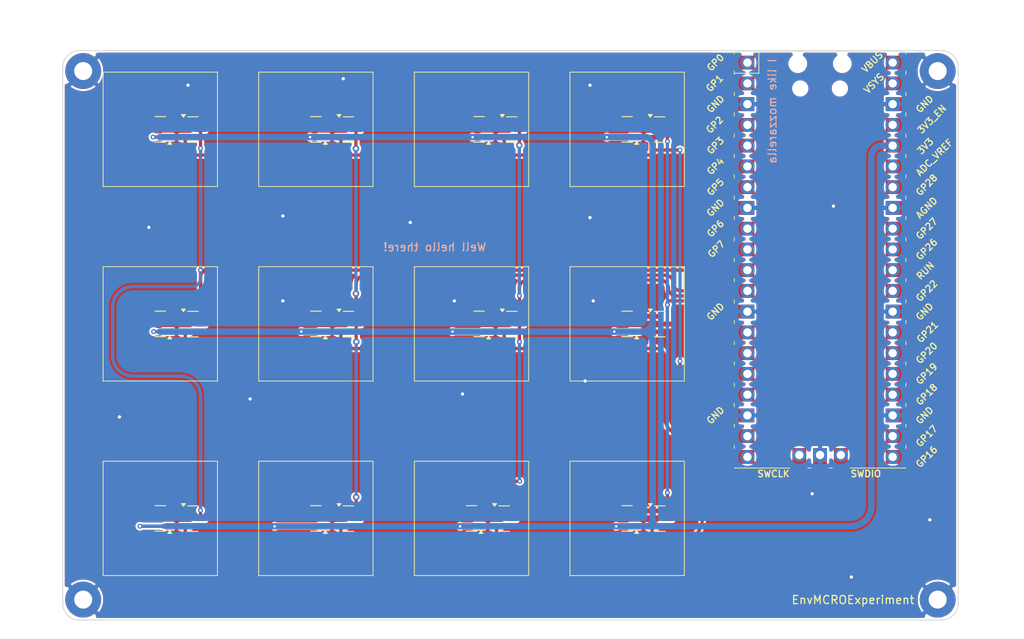
<source format=kicad_pcb>
(kicad_pcb (version 20240108) (generator "pcbnew") (generator_version "8.0")
  (layers (0 "F.Cu" signal) (31 "B.Cu" signal) (34 "B.Paste" user) (35 "F.Paste" user) (36 "B.SilkS" user "B.Silkscreen") (37 "F.SilkS" user "F.Silkscreen") (38 "B.Mask" user) (39 "F.Mask" user) (44 "Edge.Cuts" user))
  (net 0 "")
  (net 1 "col0")
  (net 2 "col1")
  (net 3 "col2")
  (net 4 "col3")
  (net 5 "row0")
  (net 6 "row1")
  (net 7 "row2")
  (net 21 "3V3")
  (net 30 "Net-(Q1-G)")
  (net 31 "Net-(Q2-G)")
  (net 32 "Net-(Q3-G)")
  (net 33 "Net-(Q4-G)")
  (net 34 "Net-(Q5-G)")
  (net 35 "Net-(Q6-G)")
  (net 36 "Net-(Q7-G)")
  (net 37 "Net-(Q8-G)")
  (net 38 "GND")
  (net 39 "LEDDINPIN")
  (net 40 "VBUS")
  (net 41 "Net-(Q9-G)")
  (net 42 "Net-(Q10-G)")
  (net 43 "Net-(Q11-G)")
  (net 44 "Net-(Q12-G)")
  (net 45 "col4")
  (net 46 "ROTB")
  (net 47 "ROTA")
  (footprint "MountingHole:MountingHole_2.2mm_M2_Pad" (layer "F.Cu") (at 123.164775 20.8644)
    (property "Reference" "H2" (hide yes))
    (property "Value" "MountingHole")
  )
  (footprint "MountingHole:MountingHole_2.2mm_M2_Pad" (layer "F.Cu") (at 123.164775 85.5644)
    (property "Reference" "H4" (hide yes))
    (property "Value" "MountingHole")
  )
  (footprint "MountingHole:MountingHole_2.2mm_M2_Pad" (layer "F.Cu") (at 18.564775 20.8644)
    (property "Reference" "H1" (hide yes))
    (property "Value" "MountingHole")
  )
  (footprint "MountingHole:MountingHole_2.2mm_M2_Pad" (layer "F.Cu") (at 18.564775 85.5644)
    (property "Reference" "H3" (hide yes))
    (property "Value" "MountingHole")
  )
  (footprint "MCU_RaspberryPi_and_Boards:RPi_Pico_SMD_TH" (layer "F.Cu") (at 108.764775 43.9644)
    (property "Reference" "MCU1" (hide yes))
    (property "Value" "Pico")
  )
  (footprint "Package_TO_SOT_SMD:SOT-23" (layer "F.Cu") (at 89.1423 75.650035)
    (property "Reference" "Q12" (hide yes))
    (property "Value" "BSS138")
  )
  (footprint "Package_TO_SOT_SMD:SOT-23" (layer "F.Cu") (at 28 75.625035 180)
    (property "Reference" "U9" (hide yes))
    (property "Value" "SM351LT")
  )
  (footprint "Package_TO_SOT_SMD:SOT-23" (layer "F.Cu") (at 70.0923 75.650035)
    (property "Reference" "Q11" (hide yes))
    (property "Value" "BSS138")
  )
  (footprint "Package_TO_SOT_SMD:SOT-23" (layer "F.Cu") (at 51.0423 75.650035)
    (property "Reference" "Q10" (hide yes))
    (property "Value" "BSS138")
  )
  (footprint "Package_TO_SOT_SMD:SOT-23" (layer "F.Cu") (at 47.0498 75.625035 180)
    (property "Reference" "U10" (hide yes))
    (property "Value" "SM351LT")
  )
  (footprint "Package_TO_SOT_SMD:SOT-23" (layer "F.Cu") (at 31.9925 51.8376)
    (property "Reference" "Q5" (hide yes))
    (property "Value" "BSS138")
  )
  (footprint "Package_TO_SOT_SMD:SOT-23" (layer "F.Cu") (at 28 28 180)
    (property "Reference" "U1" (hide yes))
    (property "Value" "SM351LT")
  )
  (footprint "Package_TO_SOT_SMD:SOT-23" (layer "F.Cu") (at 67.037301 51.8126 180)
    (property "Reference" "U7" (hide yes))
    (property "Value" "SM351LT")
  )
  (footprint "Package_TO_SOT_SMD:SOT-23" (layer "F.Cu") (at 28 51.8126 180)
    (property "Reference" "U5" (hide yes))
    (property "Value" "SM351LT")
  )
  (footprint "Package_TO_SOT_SMD:SOT-23" (layer "F.Cu") (at 89.1423 28.025)
    (property "Reference" "Q4" (hide yes))
    (property "Value" "BSS138")
  )
  (footprint "Package_TO_SOT_SMD:SOT-23" (layer "F.Cu") (at 85.1498 75.625035 180)
    (property "Reference" "U12" (hide yes))
    (property "Value" "SM351LT")
  )
  (footprint "Package_TO_SOT_SMD:SOT-23" (layer "F.Cu") (at 71.029801 51.8376)
    (property "Reference" "Q7" (hide yes))
    (property "Value" "BSS138")
  )
  (footprint "Package_TO_SOT_SMD:SOT-23" (layer "F.Cu") (at 47.0498 51.8126 180)
    (property "Reference" "U6" (hide yes))
    (property "Value" "SM351LT")
  )
  (footprint "Package_TO_SOT_SMD:SOT-23" (layer "F.Cu") (at 85.1498 28 180)
    (property "Reference" "U4" (hide yes))
    (property "Value" "SM351LT")
  )
  (footprint "Package_TO_SOT_SMD:SOT-23" (layer "F.Cu") (at 51.0423 28.025)
    (property "Reference" "Q2" (hide yes))
    (property "Value" "BSS138")
  )
  (footprint "Package_TO_SOT_SMD:SOT-23" (layer "F.Cu") (at 51.0423 51.8376)
    (property "Reference" "Q6" (hide yes))
    (property "Value" "BSS138")
  )
  (footprint "Package_TO_SOT_SMD:SOT-23" (layer "F.Cu") (at 66.0998 75.625035 180)
    (property "Reference" "U11" (hide yes))
    (property "Value" "SM351LT")
  )
  (footprint "Package_TO_SOT_SMD:SOT-23" (layer "F.Cu") (at 67.037301 28 180)
    (property "Reference" "U3" (hide yes))
    (property "Value" "SM351LT")
  )
  (footprint "Package_TO_SOT_SMD:SOT-23" (layer "F.Cu") (at 85.1498 51.8126 180)
    (property "Reference" "U8" (hide yes))
    (property "Value" "SM351LT")
  )
  (footprint "Package_TO_SOT_SMD:SOT-23" (layer "F.Cu") (at 47.0498 28 180)
    (property "Reference" "U2" (hide yes))
    (property "Value" "SM351LT")
  )
  (footprint "Package_TO_SOT_SMD:SOT-23" (layer "F.Cu") (at 31.9925 28.025)
    (property "Reference" "Q1" (hide yes))
    (property "Value" "BSS138")
  )
  (footprint "Package_TO_SOT_SMD:SOT-23" (layer "F.Cu") (at 31.9925 75.650035)
    (property "Reference" "Q9" (hide yes))
    (property "Value" "BSS138")
  )
  (footprint "Package_TO_SOT_SMD:SOT-23" (layer "F.Cu") (at 71.029801 28.025)
    (property "Reference" "Q3" (hide yes))
    (property "Value" "BSS138")
  )
  (footprint "Package_TO_SOT_SMD:SOT-23" (layer "F.Cu") (at 89.1423 51.8376)
    (property "Reference" "Q8" (hide yes))
    (property "Value" "BSS138")
  )
  (gr_line (start 92.149575 58.8123) (end 78.150275 58.8123) (stroke (width 0.1)) (layer "F.SilkS"))
  (gr_line (start 78.150275 44.8129) (end 92.149575 44.8129) (stroke (width 0.1)) (layer "F.SilkS"))
  (gr_line (start 34.999775 44.8129) (end 34.999775 58.8123) (stroke (width 0.1)) (layer "F.SilkS"))
  (gr_line (start 59.100275 58.8123) (end 59.100275 44.8129) (stroke (width 0.1)) (layer "F.SilkS"))
  (gr_line (start 40.050275 82.62477) (end 40.050275 68.6253) (stroke (width 0.1)) (layer "F.SilkS"))
  (gr_line (start 78.150275 21.0004) (end 92.149575 21.0004) (stroke (width 0.1)) (layer "F.SilkS"))
  (gr_line (start 92.149575 44.8129) (end 92.149575 58.8123) (stroke (width 0.1)) (layer "F.SilkS"))
  (gr_line (start 54.049575 21.0004) (end 54.049575 34.9996) (stroke (width 0.1)) (layer "F.SilkS"))
  (gr_line (start 54.049575 44.8129) (end 54.049575 58.8123) (stroke (width 0.1)) (layer "F.SilkS"))
  (gr_line (start 40.050275 44.8129) (end 54.049575 44.8129) (stroke (width 0.1)) (layer "F.SilkS"))
  (gr_line (start 34.999775 21.0004) (end 34.999775 34.9996) (stroke (width 0.1)) (layer "F.SilkS"))
  (gr_line (start 78.150275 58.8123) (end 78.150275 44.8129) (stroke (width 0.1)) (layer "F.SilkS"))
  (gr_line (start 73.099575 44.8129) (end 73.099575 58.8123) (stroke (width 0.1)) (layer "F.SilkS"))
  (gr_line (start 54.049575 82.62477) (end 40.050275 82.62477) (stroke (width 0.1)) (layer "F.SilkS"))
  (gr_line (start 92.149575 82.62477) (end 78.150275 82.62477) (stroke (width 0.1)) (layer "F.SilkS"))
  (gr_line (start 21.000225 44.8129) (end 34.999775 44.8129) (stroke (width 0.1)) (layer "F.SilkS"))
  (gr_line (start 78.150275 68.6253) (end 92.149575 68.6253) (stroke (width 0.1)) (layer "F.SilkS"))
  (gr_line (start 73.099575 68.6253) (end 73.099575 82.62477) (stroke (width 0.1)) (layer "F.SilkS"))
  (gr_line (start 21.000225 21.0004) (end 34.999775 21.0004) (stroke (width 0.1)) (layer "F.SilkS"))
  (gr_line (start 59.100275 21.0004) (end 73.099575 21.0004) (stroke (width 0.1)) (layer "F.SilkS"))
  (gr_line (start 40.050275 21.0004) (end 54.049575 21.0004) (stroke (width 0.1)) (layer "F.SilkS"))
  (gr_line (start 40.050275 68.6253) (end 54.049575 68.6253) (stroke (width 0.1)) (layer "F.SilkS"))
  (gr_line (start 73.099575 21.0004) (end 73.099575 34.9996) (stroke (width 0.1)) (layer "F.SilkS"))
  (gr_line (start 34.999775 34.9996) (end 21.000225 34.9996) (stroke (width 0.1)) (layer "F.SilkS"))
  (gr_line (start 59.100275 34.9996) (end 59.100275 21.0004) (stroke (width 0.1)) (layer "F.SilkS"))
  (gr_line (start 92.149575 68.6253) (end 92.149575 82.62477) (stroke (width 0.1)) (layer "F.SilkS"))
  (gr_line (start 78.150275 34.9996) (end 78.150275 21.0004) (stroke (width 0.1)) (layer "F.SilkS"))
  (gr_line (start 34.999775 68.6253) (end 34.999775 82.62477) (stroke (width 0.1)) (layer "F.SilkS"))
  (gr_line (start 59.100275 68.6253) (end 73.099575 68.6253) (stroke (width 0.1)) (layer "F.SilkS"))
  (gr_line (start 21.000225 58.8123) (end 21.000225 44.8129) (stroke (width 0.1)) (layer "F.SilkS"))
  (gr_line (start 54.049575 58.8123) (end 40.050275 58.8123) (stroke (width 0.1)) (layer "F.SilkS"))
  (gr_line (start 40.050275 58.8123) (end 40.050275 44.8129) (stroke (width 0.1)) (layer "F.SilkS"))
  (gr_line (start 34.999775 58.8123) (end 21.000225 58.8123) (stroke (width 0.1)) (layer "F.SilkS"))
  (gr_line (start 54.049575 34.9996) (end 40.050275 34.9996) (stroke (width 0.1)) (layer "F.SilkS"))
  (gr_line (start 59.100275 82.62477) (end 59.100275 68.6253) (stroke (width 0.1)) (layer "F.SilkS"))
  (gr_line (start 73.099575 34.9996) (end 59.100275 34.9996) (stroke (width 0.1)) (layer "F.SilkS"))
  (gr_line (start 78.150275 82.62477) (end 78.150275 68.6253) (stroke (width 0.1)) (layer "F.SilkS"))
  (gr_line (start 34.999775 82.62477) (end 21.000225 82.62477) (stroke (width 0.1)) (layer "F.SilkS"))
  (gr_line (start 54.049575 68.6253) (end 54.049575 82.62477) (stroke (width 0.1)) (layer "F.SilkS"))
  (gr_line (start 21.000225 82.62477) (end 21.000225 68.6253) (stroke (width 0.1)) (layer "F.SilkS"))
  (gr_line (start 92.149575 34.9996) (end 78.150275 34.9996) (stroke (width 0.1)) (layer "F.SilkS"))
  (gr_line (start 40.050275 34.9996) (end 40.050275 21.0004) (stroke (width 0.1)) (layer "F.SilkS"))
  (gr_line (start 73.099575 58.8123) (end 59.100275 58.8123) (stroke (width 0.1)) (layer "F.SilkS"))
  (gr_line (start 92.149575 21.0004) (end 92.149575 34.9996) (stroke (width 0.1)) (layer "F.SilkS"))
  (gr_line (start 21.000225 34.9996) (end 21.000225 21.0004) (stroke (width 0.1)) (layer "F.SilkS"))
  (gr_line (start 59.100275 44.8129) (end 73.099575 44.8129) (stroke (width 0.1)) (layer "F.SilkS"))
  (gr_line (start 21.000225 68.6253) (end 34.999775 68.6253) (stroke (width 0.1)) (layer "F.SilkS"))
  (gr_line (start 73.099575 82.62477) (end 59.100275 82.62477) (stroke (width 0.1)) (layer "F.SilkS"))
  (gr_line (start 16.064775 20.3644) (end 16.064775 86.0644) (stroke (width 0.1)) (layer "Edge.Cuts"))
  (gr_arc (start 123.664775 18.3644) (mid 125.078989 18.950186) (end 125.664775 20.3644) (stroke (width 0.1)) (layer "Edge.Cuts"))
  (gr_line (start 18.064775 88.0644) (end 123.664775 88.0644) (stroke (width 0.1)) (layer "Edge.Cuts"))
  (gr_line (start 125.664775 86.0644) (end 125.664775 20.3644) (stroke (width 0.1)) (layer "Edge.Cuts"))
  (gr_arc (start 16.064775 20.3644) (mid 16.650561 18.950186) (end 18.064775 18.3644) (stroke (width 0.1)) (layer "Edge.Cuts"))
  (gr_arc (start 125.664775 86.0644) (mid 125.078989 87.478614) (end 123.664775 88.0644) (stroke (width 0.1)) (layer "Edge.Cuts"))
  (gr_line (start 123.664775 18.3644) (end 18.064775 18.3644) (stroke (width 0.1)) (layer "Edge.Cuts"))
  (gr_arc (start 18.064775 88.0644) (mid 16.650561 87.478614) (end 16.064775 86.0644) (stroke (width 0.1)) (layer "Edge.Cuts"))
  (gr_text "Well hello there!" (at 68 43 0) (layer "B.SilkS") (effects (font (size 1 1)) (justify left bottom mirror)))
  (gr_text "I like mozzarella" (at 103.5 19.25 90) (layer "B.SilkS") (effects (font (size 1 1)) (justify left bottom mirror)))
  (gr_text "EnvMCROExperiment" (at 120.4 85.6 0) (layer "F.SilkS") (effects (font (size 1 1)) (justify right)))
  (segment (start 32.93 46.1044) (end 32.93 47) (width 0.4) (layer "F.Cu") (net 1))
  (segment (start 32.93 30.325) (end 32.93 28.025) (width 0.4) (layer "F.Cu") (net 1))
  (segment (start 32.93 45.2344) (end 33.8 45.2344) (width 0.4) (layer "F.Cu") (net 1))
  (segment (start 32.93 45.2344) (end 32.93 45.6) (width 0.4) (layer "F.Cu") (net 1))
  (segment (start 32.93 47) (end 32.93 51.8376) (width 0.4) (layer "F.Cu") (net 1))
  (segment (start 32.93 74.64) (end 32.93 75.650035) (width 0.4) (layer "F.Cu") (net 1))
  (segment (start 32.93 45.6) (end 32.93 47) (width 0.4) (layer "F.Cu") (net 1))
  (segment (start 33.2956 45.2344) (end 33.8 45.2344) (width 0.4) (layer "F.Cu") (net 1))
  (segment (start 33.8 45.2344) (end 99.874775 45.2344) (width 0.4) (layer "F.Cu") (net 1))
  (via (at 32.93 30.325) (size 0.6) (drill 0.3) (layers "F.Cu" "B.Cu") (net 1))
  (via (at 32.93 45.2344) (size 0.6) (drill 0.3) (layers "F.Cu" "B.Cu") (net 1))
  (via (at 32.93 74.64) (size 0.6) (drill 0.3) (layers "F.Cu" "B.Cu") (net 1))
  (arc (start 33.8 45.2344) (mid 33.184817 45.489217) (end 32.93 46.1044) (width 0.4) (layer "F.Cu") (net 1))
  (arc (start 32.93 45.6) (mid 33.037082 45.341482) (end 33.2956 45.2344) (width 0.4) (layer "F.Cu") (net 1))
  (segment (start 24.669999 58.2) (end 30.43 58.2) (width 0.4) (layer "B.Cu") (net 1))
  (segment (start 32.93 45.2344) (end 32.93 30.325) (width 0.4) (layer "B.Cu") (net 1))
  (segment (start 31.9272 47.24) (end 24.669999 47.24) (width 0.4) (layer "B.Cu") (net 1))
  (segment (start 32.93 45.2344) (end 32.93 46.2372) (width 0.4) (layer "B.Cu") (net 1))
  (segment (start 22.17 55.7) (end 22.17 49.739999) (width 0.4) (layer "B.Cu") (net 1))
  (segment (start 32.93 74.64) (end 32.93 60.699999) (width 0.4) (layer "B.Cu") (net 1))
  (arc (start 22.17 55.7) (mid 22.902232 57.467766) (end 24.669999 58.2) (width 0.4) (layer "B.Cu") (net 1))
  (arc (start 24.669999 47.24) (mid 22.902232 47.972232) (end 22.17 49.739999) (width 0.4) (layer "B.Cu") (net 1))
  (arc (start 32.93 46.2372) (mid 32.636286 46.946286) (end 31.9272 47.24) (width 0.4) (layer "B.Cu") (net 1))
  (arc (start 32.93 60.699999) (mid 32.197766 58.932232) (end 30.43 58.2) (width 0.4) (layer "B.Cu") (net 1))
  (segment (start 51.9798 48.0851) (end 51.9798 48.1149) (width 0.4) (layer "F.Cu") (net 2))
  (segment (start 53.1048 45.85) (end 89.8378 45.85) (width 0.4) (layer "F.Cu") (net 2))
  (segment (start 51.9649 48.1) (end 51.95 48.1) (width 0.4) (layer "F.Cu") (net 2))
  (segment (start 51.9649 28.025) (end 51.9798 28.025) (width 0.4) (layer "F.Cu") (net 2))
  (segment (start 51.9798 73.0202) (end 51.9798 75.650035) (width 0.4) (layer "F.Cu") (net 2))
  (segment (start 51.9798 51.8376) (end 51.9798 48.1149) (width 0.4) (layer "F.Cu") (net 2))
  (segment (start 52 54) (end 51.9899 53.9899) (width 0.4) (layer "F.Cu") (net 2))
  (segment (start 51.95 30.35) (end 51.95 28.0399) (width 0.4) (layer "F.Cu") (net 2))
  (segment (start 51.9798 51.8376) (end 51.9798 53.965516) (width 0.4) (layer "F.Cu") (net 2))
  (segment (start 51.9798 48.0851) (end 51.9798 46.975) (width 0.4) (layer "F.Cu") (net 2))
  (segment (start 91.7622 47.7744) (end 99.874775 47.7744) (width 0.4) (layer "F.Cu") (net 2))
  (via (at 51.9798 73.0202) (size 0.8) (drill 0.4) (layers "F.Cu" "B.Cu") (net 2))
  (via (at 52 54) (size 0.8) (drill 0.4) (layers "F.Cu" "B.Cu") (net 2))
  (via (at 51.95 48.1) (size 0.8) (drill 0.4) (layers "F.Cu" "B.Cu") (net 2))
  (via (at 51.95 30.35) (size 0.8) (drill 0.4) (layers "F.Cu" "B.Cu") (net 2))
  (arc (start 90.8 46.8122) (mid 90.518178 46.131821) (end 89.8378 45.85) (width 0.4) (layer "F.Cu") (net 2))
  (arc (start 51.9649 28.025) (mid 51.954364 28.029364) (end 51.95 28.0399) (width 0.4) (layer "F.Cu") (net 2))
  (arc (start 51.9798 53.965516) (mid 51.982424 53.978712) (end 51.9899 53.9899) (width 0.4) (layer "F.Cu") (net 2))
  (arc (start 53.1048 45.85) (mid 52.309304 46.179504) (end 51.9798 46.975) (width 0.4) (layer "F.Cu") (net 2))
  (arc (start 90.8 46.8122) (mid 91.081821 47.492578) (end 91.7622 47.7744) (width 0.4) (layer "F.Cu") (net 2))
  (arc (start 51.9649 48.1) (mid 51.975435 48.095635) (end 51.9798 48.0851) (width 0.4) (layer "F.Cu") (net 2))
  (arc (start 51.9798 48.1149) (mid 51.975435 48.104364) (end 51.9649 48.1) (width 0.4) (layer "F.Cu") (net 2))
  (segment (start 51.95 48.1) (end 51.95 30.475) (width 0.4) (layer "B.Cu") (net 2))
  (segment (start 52 30.375) (end 52 30.425) (width 0.4) (layer "B.Cu") (net 2))
  (segment (start 52 54) (end 51.9899 54.0101) (width 0.4) (layer "B.Cu") (net 2))
  (segment (start 51.9798 54.034483) (end 51.9798 73.0202) (width 0.4) (layer "B.Cu") (net 2))
  (segment (start 51.975 30.35) (end 51.95 30.35) (width 0.4) (layer "B.Cu") (net 2))
  (arc (start 52 30.375) (mid 51.992677 30.357322) (end 51.975 30.35) (width 0.4) (layer "B.Cu") (net 2))
  (arc (start 52 30.425) (mid 51.992677 30.442677) (end 51.975 30.45) (width 0.4) (layer "B.Cu") (net 2))
  (arc (start 51.9899 54.0101) (mid 51.982424 54.021287) (end 51.9798 54.034483) (width 0.4) (layer "B.Cu") (net 2))
  (arc (start 51.975 30.45) (mid 51.957322 30.457322) (end 51.95 30.475) (width 0.4) (layer "B.Cu") (net 2))
  (segment (start 89.225 46.45) (end 72.932301 46.45) (width 0.4) (layer "F.Cu") (net 3))
  (segment (start 71.967301 48.38) (end 71.967301 47.415) (width 0.4) (layer "F.Cu") (net 3))
  (segment (start 71.967301 51.8376) (end 71.967301 48.38) (width 0.4) (layer "F.Cu") (net 3))
  (segment (start 94.65 50.625) (end 94.65 50.6272) (width 0.4) (layer "F.Cu") (net 3))
  (segment (start 72 71.075) (end 71.5149 71.075) (width 0.4) (layer "F.Cu") (net 3))
  (segment (start 71.967301 29.941349) (end 71.967301 28.025) (width 0.4) (layer "F.Cu") (net 3))
  (segment (start 71.0298 71.5601) (end 71.0298 75.650035) (width 0.4) (layer "F.Cu") (net 3))
  (segment (start 71.967301 54) (end 71.967301 51.8376) (width 0.4) (layer "F.Cu") (net 3))
  (segment (start 96.8772 52.8544) (end 99.874775 52.8544) (width 0.4) (layer "F.Cu") (net 3))
  (segment (start 71.95865 29.95) (end 71.95 29.95) (width 0.4) (layer "F.Cu") (net 3))
  (segment (start 91.175 48.4) (end 92.425 48.4) (width 0.4) (layer "F.Cu") (net 3))
  (via (at 71.967301 48.38) (size 0.6) (drill 0.3) (layers "F.Cu" "B.Cu") (net 3))
  (via (at 71.95 29.95) (size 0.8) (drill 0.4) (layers "F.Cu" "B.Cu") (net 3))
  (via (at 72 71.075) (size 0.6) (drill 0.3) (layers "F.Cu" "B.Cu") (net 3))
  (via (at 71.967301 54) (size 0.6) (drill 0.3) (layers "F.Cu" "B.Cu") (net 3))
  (arc (start 94.65 50.625) (mid 93.998312 49.051687) (end 92.425 48.4) (width 0.4) (layer "F.Cu") (net 3))
  (arc (start 71.967301 29.941349) (mid 71.964767 29.947466) (end 71.95865 29.95) (width 0.4) (layer "F.Cu") (net 3))
  (arc (start 72.932301 46.45) (mid 72.249942 46.732641) (end 71.967301 47.415) (width 0.4) (layer "F.Cu") (net 3))
  (arc (start 94.65 50.6272) (mid 95.302331 52.202068) (end 96.8772 52.8544) (width 0.4) (layer "F.Cu") (net 3))
  (arc (start 71.5149 71.075) (mid 71.171882 71.217082) (end 71.0298 71.5601) (width 0.4) (layer "F.Cu") (net 3))
  (arc (start 90.2 47.425) (mid 89.914429 46.73557) (end 89.225 46.45) (width 0.4) (layer "F.Cu") (net 3))
  (arc (start 90.2 47.425) (mid 90.48557 48.114429) (end 91.175 48.4) (width 0.4) (layer "F.Cu") (net 3))
  (segment (start 71.95 48.371349) (end 71.95 29.95) (width 0.4) (layer "B.Cu") (net 3))
  (segment (start 71.98365 71.05865) (end 72 71.075) (width 0.4) (layer "B.Cu") (net 3))
  (segment (start 71.967301 54) (end 71.967301 71.019179) (width 0.4) (layer "B.Cu") (net 3))
  (segment (start 71.95865 48.38) (end 71.967301 48.38) (width 0.4) (layer "B.Cu") (net 3))
  (arc (start 71.95 48.371349) (mid 71.952533 48.377466) (end 71.95865 48.38) (width 0.4) (layer "B.Cu") (net 3))
  (arc (start 71.967301 71.019179) (mid 71.971549 71.04054) (end 71.98365 71.05865) (width 0.4) (layer "B.Cu") (net 3))
  (segment (start 94.05 52.8944) (end 94.05 50.9851) (width 0.4) (layer "F.Cu") (net 4))
  (segment (start 90.0774 72.4774) (end 90.075 72.475) (width 0.4) (layer "F.Cu") (net 4))
  (segment (start 96.549999 55.3944) (end 99.874775 55.3944) (width 0.4) (layer "F.Cu") (net 4))
  (segment (start 90.3173 49) (end 92.0649 49) (width 0.4) (layer "F.Cu") (net 4))
  (segment (start 90.0798 49.475) (end 90.0798 49.2375) (width 0.4) (layer "F.Cu") (net 4))
  (segment (start 90.0798 72.483194) (end 90.0798 75.650035) (width 0.4) (layer "F.Cu") (net 4))
  (segment (start 90.0798 49.475) (end 90.0798 51.8376) (width 0.4) (layer "F.Cu") (net 4))
  (segment (start 90.0798 29.475) (end 90.0798 28.025) (width 0.4) (layer "F.Cu") (net 4))
  (via (at 90.0798 29.475) (size 0.6) (drill 0.3) (layers "F.Cu" "B.Cu") (net 4))
  (via (at 90.0798 49.475) (size 0.6) (drill 0.3) (layers "F.Cu" "B.Cu") (net 4))
  (via (at 90.075 72.475) (size 0.6) (drill 0.3) (layers "F.Cu" "B.Cu") (net 4))
  (arc (start 90.3173 49) (mid 90.149362 49.069562) (end 90.0798 49.2375) (width 0.4) (layer "F.Cu") (net 4))
  (arc (start 94.05 52.8944) (mid 94.782232 54.662166) (end 96.549999 55.3944) (width 0.4) (layer "F.Cu") (net 4))
  (arc (start 90.0774 72.4774) (mid 90.079176 72.480058) (end 90.0798 72.483194) (width 0.4) (layer "F.Cu") (net 4))
  (arc (start 94.05 50.9851) (mid 93.468577 49.581422) (end 92.0649 49) (width 0.4) (layer "F.Cu") (net 4))
  (segment (start 90.0798 49.475) (end 90.0798 29.475) (width 0.4) (layer "B.Cu") (net 4))
  (segment (start 90.075 72.475) (end 90.075 49.4774) (width 0.4) (layer "B.Cu") (net 4))
  (segment (start 90.0774 49.475) (end 90.0798 49.475) (width 0.4) (layer "B.Cu") (net 4))
  (arc (start 90.0774 49.475) (mid 90.075702 49.475702) (end 90.075 49.4774) (width 0.4) (layer "B.Cu") (net 4))
  (segment (start 50.1048 30.0625) (end 50.1048 30.423418) (width 0.4) (layer "F.Cu") (net 5))
  (segment (start 50.831382 31.15) (end 51.1923 31.15) (width 0.4) (layer "F.Cu") (net 5))
  (segment (start 69.499668 31.15) (end 68.25 31.15) (width 0.4) (layer "F.Cu") (net 5))
  (segment (start 70.092301 30.557367) (end 70.092301 28.975) (width 0.4) (layer "F.Cu") (net 5))
  (segment (start 91.625 56.375) (end 91.625 58.4247) (width 0.4) (layer "F.Cu") (net 5))
  (segment (start 68.25 31.15) (end 69.004801 31.15) (width 0.4) (layer "F.Cu") (net 5))
  (segment (start 91.616464 30.53) (end 88.5148 30.53) (width 0.4) (layer "F.Cu") (net 5))
  (segment (start 88.2048 30.84) (end 88.2048 30.22) (width 0.4) (layer "F.Cu") (net 5))
  (segment (start 91.6225 30.5275) (end 91.625 30.525) (width 0.4) (layer "F.Cu") (net 5))
  (segment (start 51.1923 31.15) (end 49.0173 31.15) (width 0.4) (layer "F.Cu") (net 5))
  (segment (start 49.0173 31.15) (end 49.378218 31.15) (width 0.4) (layer "F.Cu") (net 5))
  (segment (start 71.179801 31.15) (end 70.684936 31.15) (width 0.4) (layer "F.Cu") (net 5))
  (segment (start 51.1923 31.15) (end 68.25 31.15) (width 0.4) (layer "F.Cu") (net 5))
  (segment (start 50.1048 30.0625) (end 50.1048 28.975) (width 0.4) (layer "F.Cu") (net 5))
  (segment (start 31.055 30.0625) (end 31.055 28.975) (width 0.4) (layer "F.Cu") (net 5))
  (segment (start 71.179801 31.15) (end 69.004801 31.15) (width 0.4) (layer "F.Cu") (net 5))
  (segment (start 87.8948 31.15) (end 71.179801 31.15) (width 0.4) (layer "F.Cu") (net 5))
  (segment (start 32.1425 31.15) (end 49.0173 31.15) (width 0.4) (layer "F.Cu") (net 5))
  (segment (start 88.2048 30.22) (end 88.2048 28.975) (width 0.4) (layer "F.Cu") (net 5))
  (segment (start 93.6747 60.4744) (end 99.874775 60.4744) (width 0.4) (layer "F.Cu") (net 5))
  (via (at 91.625 30.525) (size 0.6) (drill 0.3) (layers "F.Cu" "B.Cu") (net 5))
  (via (at 91.625 56.375) (size 0.6) (drill 0.3) (layers "F.Cu" "B.Cu") (net 5))
  (arc (start 50.1048 30.423418) (mid 50.317611 30.937189) (end 50.831382 31.15) (width 0.4) (layer "F.Cu") (net 5))
  (arc (start 91.625 58.4247) (mid 92.225343 59.874056) (end 93.6747 60.4744) (width 0.4) (layer "F.Cu") (net 5))
  (arc (start 70.092301 30.557367) (mid 69.918723 30.976422) (end 69.499668 31.15) (width 0.4) (layer "F.Cu") (net 5))
  (arc (start 88.2048 30.84) (mid 88.114003 31.059203) (end 87.8948 31.15) (width 0.4) (layer "F.Cu") (net 5))
  (arc (start 70.092301 30.557367) (mid 70.26588 30.976423) (end 70.684936 31.15) (width 0.4) (layer "F.Cu") (net 5))
  (arc (start 88.5148 30.53) (mid 88.295596 30.620796) (end 88.2048 30.84) (width 0.4) (layer "F.Cu") (net 5))
  (arc (start 49.378218 31.15) (mid 49.891989 30.937189) (end 50.1048 30.423418) (width 0.4) (layer "F.Cu") (net 5))
  (arc (start 31.055 30.0625) (mid 31.373521 30.831478) (end 32.1425 31.15) (width 0.4) (layer "F.Cu") (net 5))
  (arc (start 91.6225 30.5275) (mid 91.61973 30.52935) (end 91.616464 30.53) (width 0.4) (layer "F.Cu") (net 5))
  (arc (start 88.2048 30.22) (mid 88.295596 30.439203) (end 88.5148 30.53) (width 0.4) (layer "F.Cu") (net 5))
  (segment (start 91.625 56.375) (end 91.625 30.525) (width 0.4) (layer "B.Cu") (net 5))
  (segment (start 50.4472 54.83) (end 51 54.83) (width 0.4) (layer "F.Cu") (net 6))
  (segment (start 31.055 53.8088) (end 31.055 52.7876) (width 0.4) (layer "F.Cu") (net 6))
  (segment (start 49.7624 54.83) (end 51 54.83) (width 0.4) (layer "F.Cu") (net 6))
  (segment (start 92.199999 65.5544) (end 99.874775 65.5544) (width 0.4) (layer "F.Cu") (net 6))
  (segment (start 87.9899 54.83) (end 87.5601 54.83) (width 0.4) (layer "F.Cu") (net 6))
  (segment (start 87 54.83) (end 70.8 54.83) (width 0.4) (layer "F.Cu") (net 6))
  (segment (start 88.2048 54.6151) (end 88.2048 54.4) (width 0.4) (layer "F.Cu") (net 6))
  (segment (start 87.7748 54.83) (end 87 54.83) (width 0.4) (layer "F.Cu") (net 6))
  (segment (start 88.7375 54.83) (end 87.9899 54.83) (width 0.4) (layer "F.Cu") (net 6))
  (segment (start 89.7 55.7925) (end 89.7 63.0544) (width 0.4) (layer "F.Cu") (net 6))
  (segment (start 32.0762 54.83) (end 49.7624 54.83) (width 0.4) (layer "F.Cu") (net 6))
  (segment (start 51 54.83) (end 69.65115 54.83) (width 0.4) (layer "F.Cu") (net 6))
  (segment (start 88.2048 54.4) (end 88.2048 52.7876) (width 0.4) (layer "F.Cu") (net 6))
  (segment (start 50.1048 54.4876) (end 50.1048 52.7876) (width 0.4) (layer "F.Cu") (net 6))
  (segment (start 70.533452 54.83) (end 70.8 54.83) (width 0.4) (layer "F.Cu") (net 6))
  (segment (start 70.092301 54.388849) (end 70.092301 52.7876) (width 0.4) (layer "F.Cu") (net 6))
  (segment (start 88.7375 54.83) (end 88.6348 54.83) (width 0.4) (layer "F.Cu") (net 6))
  (segment (start 87.5601 54.83) (end 87 54.83) (width 0.4) (layer "F.Cu") (net 6))
  (segment (start 70.8 54.83) (end 69.65115 54.83) (width 0.4) (layer "F.Cu") (net 6))
  (arc (start 70.092301 54.388849) (mid 70.221511 54.70079) (end 70.533452 54.83) (width 0.4) (layer "F.Cu") (net 6))
  (arc (start 88.2048 54.6151) (mid 88.141857 54.767057) (end 87.9899 54.83) (width 0.4) (layer "F.Cu") (net 6))
  (arc (start 31.055 53.8088) (mid 31.354102 54.530897) (end 32.0762 54.83) (width 0.4) (layer "F.Cu") (net 6))
  (arc (start 50.1048 54.4876) (mid 50.205087 54.729713) (end 50.4472 54.83) (width 0.4) (layer "F.Cu") (net 6))
  (arc (start 88.2048 54.4) (mid 88.078856 54.704056) (end 87.7748 54.83) (width 0.4) (layer "F.Cu") (net 6))
  (arc (start 70.092301 54.388849) (mid 69.96309 54.700789) (end 69.65115 54.83) (width 0.4) (layer "F.Cu") (net 6))
  (arc (start 50.1048 54.4876) (mid 50.004513 54.729713) (end 49.7624 54.83) (width 0.4) (layer "F.Cu") (net 6))
  (arc (start 88.6348 54.83) (mid 88.330744 54.704056) (end 88.2048 54.4) (width 0.4) (layer "F.Cu") (net 6))
  (arc (start 89.7 63.0544) (mid 90.432232 64.822166) (end 92.199999 65.5544) (width 0.4) (layer "F.Cu") (net 6))
  (arc (start 89.7 55.7925) (mid 89.41809 55.111909) (end 88.7375 54.83) (width 0.4) (layer "F.Cu") (net 6))
  (segment (start 50.6524 78.26) (end 68.2 78.26) (width 0.4) (layer "F.Cu") (net 7))
  (segment (start 87.374817 78.26) (end 87.568438 78.259996) (width 0.4) (layer "F.Cu") (net 7))
  (segment (start 31.884982 78.26) (end 49 78.26) (width 0.4) (layer "F.Cu") (net 7))
  (segment (start 68.5672 78.26) (end 68.2 78.26) (width 0.4) (layer "F.Cu") (net 7))
  (segment (start 88.841179 78.26) (end 90.25 78.26) (width 0.4) (layer "F.Cu") (net 7))
  (segment (start 69.7424 78.26) (end 68.2 78.26) (width 0.4) (layer "F.Cu") (net 7))
  (segment (start 69.7424 78.26) (end 87.374817 78.26) (width 0.4) (layer "F.Cu") (net 7))
  (segment (start 49.5572 78.26) (end 49 78.26) (width 0.4) (layer "F.Cu") (net 7))
  (segment (start 50.1048 77.7124) (end 50.1048 76.600035) (width 0.4) (layer "F.Cu") (net 7))
  (segment (start 90.25 78.26) (end 89.034782 78.26) (width 0.4) (layer "F.Cu") (net 7))
  (segment (start 88.2048 77.623621) (end 88.2048 76.600035) (width 0.4) (layer "F.Cu") (net 7))
  (segment (start 89.034782 78.26) (end 87.374817 78.26) (width 0.4) (layer "F.Cu") (net 7))
  (segment (start 91.85 78.26) (end 90.25 78.26) (width 0.4) (layer "F.Cu") (net 7))
  (segment (start 69.1548 77.6724) (end 69.1548 76.600035) (width 0.4) (layer "F.Cu") (net 7))
  (segment (start 49 78.26) (end 50.6524 78.26) (width 0.4) (layer "F.Cu") (net 7))
  (segment (start 94.35 75.76) (end 94.35 70.594399) (width 0.4) (layer "F.Cu") (net 7))
  (segment (start 31.055 77.430017) (end 31.055 76.600035) (width 0.4) (layer "F.Cu") (net 7))
  (segment (start 96.849999 68.0944) (end 99.874775 68.0944) (width 0.4) (layer "F.Cu") (net 7))
  (arc (start 31.055 77.430017) (mid 31.298096 78.016903) (end 31.884982 78.26) (width 0.4) (layer "F.Cu") (net 7))
  (arc (start 69.1548 77.6724) (mid 69.326904 78.087895) (end 69.7424 78.26) (width 0.4) (layer "F.Cu") (net 7))
  (arc (start 96.849999 68.0944) (mid 95.082232 68.826632) (end 94.35 70.594399) (width 0.4) (layer "F.Cu") (net 7))
  (arc (start 50.1048 77.7124) (mid 49.944412 78.099612) (end 49.5572 78.26) (width 0.4) (layer "F.Cu") (net 7))
  (arc (start 69.1548 77.6724) (mid 68.982696 78.087896) (end 68.5672 78.26) (width 0.4) (layer "F.Cu") (net 7))
  (arc (start 88.2048 77.623621) (mid 88.391191 78.073609) (end 88.841179 78.26) (width 0.4) (layer "F.Cu") (net 7))
  (arc (start 87.568438 78.259996) (mid 88.018415 78.073601) (end 88.2048 77.623621) (width 0.4) (layer "F.Cu") (net 7))
  (arc (start 94.35 75.76) (mid 93.617766 77.527766) (end 91.85 78.26) (width 0.4) (layer "F.Cu") (net 7))
  (arc (start 50.1048 77.7124) (mid 50.265188 78.099611) (end 50.6524 78.26) (width 0.4) (layer "F.Cu") (net 7))
  (segment (start 63.77 52.7613) (end 63.77 52.76) (width 0.4) (layer "F.Cu") (net 21))
  (segment (start 64.7 76.582517) (end 64.7 76.59) (width 0.4) (layer "F.Cu") (net 21))
  (segment (start 66.23 28.95) (end 67.974801 28.95) (width 0.4) (layer "F.Cu") (net 21))
  (segment (start 46.34 28.95) (end 47.9873 28.95) (width 0.4) (layer "F.Cu") (net 21))
  (segment (start 27.12 28.95) (end 28.9375 28.95) (width 0.4) (layer "F.Cu") (net 21))
  (segment (start 45.26 52.76) (end 45.26 52.7613) (width 0.4) (layer "F.Cu") (net 21))
  (segment (start 83.58 52.76) (end 83.58 52.7613) (width 0.4) (layer "F.Cu") (net 21))
  (segment (start 63.7713 52.7626) (end 67.974801 52.7626) (width 0.4) (layer "F.Cu") (net 21))
  (segment (start 25.512482 76.575035) (end 28.9375 76.575035) (width 0.4) (layer "F.Cu") (net 21))
  (segment (start 45.2613 52.7626) (end 47.9873 52.7626) (width 0.4) (layer "F.Cu") (net 21))
  (segment (start 83.81 76.59) (end 83.81 76.582517) (width 0.4) (layer "F.Cu") (net 21))
  (segment (start 27.1913 52.7613) (end 27.19 52.76) (width 0.4) (layer "F.Cu") (net 21))
  (segment (start 83.5813 52.7626) (end 86.0873 52.7626) (width 0.4) (layer "F.Cu") (net 21))
  (segment (start 82.66 28.95) (end 86.0873 28.95) (width 0.4) (layer "F.Cu") (net 21))
  (segment (start 83.817482 76.575035) (end 86.0873 76.575035) (width 0.4) (layer "F.Cu") (net 21))
  (segment (start 64.707482 76.575035) (end 67.0373 76.575035) (width 0.4) (layer "F.Cu") (net 21))
  (segment (start 42.007482 76.575035) (end 47.9873 76.575035) (width 0.4) (layer "F.Cu") (net 21))
  (segment (start 42 76.582517) (end 42 76.59) (width 0.4) (layer "F.Cu") (net 21))
  (segment (start 25.51 76.577517) (end 25.51 76.58) (width 0.4) (layer "F.Cu") (net 21))
  (segment (start 27.194438 52.7626) (end 28.9375 52.7626) (width 0.4) (layer "F.Cu") (net 21))
  (via (at 45.26 52.76) (size 0.6) (drill 0.3) (layers "F.Cu" "B.Cu") (net 21))
  (via (at 66.23 28.95) (size 0.6) (drill 0.3) (layers "F.Cu" "B.Cu") (net 21))
  (via (at 83.58 52.76) (size 0.6) (drill 0.3) (layers "F.Cu" "B.Cu") (net 21))
  (via (at 64.7 76.59) (size 0.6) (drill 0.3) (layers "F.Cu" "B.Cu") (net 21))
  (via (at 83.81 76.59) (size 0.6) (drill 0.3) (layers "F.Cu" "B.Cu") (net 21))
  (via (at 46.34 28.95) (size 0.6) (drill 0.3) (layers "F.Cu" "B.Cu") (net 21))
  (via (at 82.66 28.95) (size 0.6) (drill 0.3) (layers "F.Cu" "B.Cu") (net 21))
  (via (at 27.19 52.76) (size 0.6) (drill 0.3) (layers "F.Cu" "B.Cu") (net 21))
  (via (at 27.12 28.95) (size 0.6) (drill 0.3) (layers "F.Cu" "B.Cu") (net 21))
  (via (at 25.51 76.58) (size 0.6) (drill 0.3) (layers "F.Cu" "B.Cu") (net 21))
  (via (at 42 76.59) (size 0.6) (drill 0.3) (layers "F.Cu" "B.Cu") (net 21))
  (via (at 63.77 52.76) (size 0.6) (drill 0.3) (layers "F.Cu" "B.Cu") (net 21))
  (arc (start 83.817482 76.575035) (mid 83.812191 76.577226) (end 83.81 76.582517) (width 0.4) (layer "F.Cu") (net 21))
  (arc (start 63.77 52.7613) (mid 63.77038 52.762219) (end 63.7713 52.7626) (width 0.4) (layer "F.Cu") (net 21))
  (arc (start 42.007482 76.575035) (mid 42.002191 76.577226) (end 42 76.582517) (width 0.4) (layer "F.Cu") (net 21))
  (arc (start 27.1913 52.7613) (mid 27.192739 52.762262) (end 27.194438 52.7626) (width 0.4) (layer "F.Cu") (net 21))
  (arc (start 83.58 52.7613) (mid 83.58038 52.762219) (end 83.5813 52.7626) (width 0.4) (layer "F.Cu") (net 21))
  (arc (start 64.707482 76.575035) (mid 64.702191 76.577226) (end 64.7 76.582517) (width 0.4) (layer "F.Cu") (net 21))
  (arc (start 45.26 52.7613) (mid 45.26038 52.762219) (end 45.2613 52.7626) (width 0.4) (layer "F.Cu") (net 21))
  (arc (start 25.512482 76.575035) (mid 25.510726 76.575761) (end 25.51 76.577517) (width 0.4) (layer "F.Cu") (net 21))
  (segment (start 28.765 76.59) (end 42 76.59) (width 0.8) (layer "B.Cu") (net 21))
  (segment (start 88.27 55.105) (end 88.27 54.1481) (width 0.8) (layer "B.Cu") (net 21))
  (segment (start 116.352387 29.9944) (end 117.654775 29.9944) (width 0.8) (layer "B.Cu") (net 21))
  (segment (start 45.26 52.76) (end 63.77 52.76) (width 0.8) (layer "B.Cu") (net 21))
  (segment (start 29.61 28.95) (end 27.95 28.95) (width 0.8) (layer "B.Cu") (net 21))
  (segment (start 112.55 76.59) (end 89.005 76.59) (width 0.8) (layer "B.Cu") (net 21))
  (segment (start 83.58 52.76) (end 63.77 52.76) (width 0.8) (layer "B.Cu") (net 21))
  (segment (start 88.27 51.3719) (end 88.27 50.415) (width 0.8) (layer "B.Cu") (net 21))
  (segment (start 88.27 55.105) (end 88.27 75.855) (width 0.8) (layer "B.Cu") (net 21))
  (segment (start 89.005 76.59) (end 87.535 76.59) (width 0.8) (layer "B.Cu") (net 21))
  (segment (start 87.39 28.95) (end 85.63 28.95) (width 0.8) (layer "B.Cu") (net 21))
  (segment (start 85.925 52.76) (end 86.8819 52.76) (width 0.8) (layer "B.Cu") (net 21))
  (segment (start 83.81 76.59) (end 64.7 76.59) (width 0.8) (layer "B.Cu") (net 21))
  (segment (start 87.535 76.59) (end 86.065 76.59) (width 0.8) (layer "B.Cu") (net 21))
  (segment (start 29.485 52.76) (end 27.955 52.76) (width 0.8) (layer "B.Cu") (net 21))
  (segment (start 88.27 50.415) (end 88.27 29.83) (width 0.8) (layer "B.Cu") (net 21))
  (segment (start 83.81 76.59) (end 86.065 76.59) (width 0.8) (layer "B.Cu") (net 21))
  (segment (start 83.58 52.76) (end 85.925 52.76) (width 0.8) (layer "B.Cu") (net 21))
  (segment (start 115.05 74.09) (end 115.05 31.296787) (width 0.8) (layer "B.Cu") (net 21))
  (segment (start 85.63 28.95) (end 82.66 28.95) (width 0.8) (layer "B.Cu") (net 21))
  (segment (start 27.12 28.95) (end 27.95 28.95) (width 0.4) (layer "B.Cu") (net 21))
  (segment (start 64.7 76.59) (end 42 76.59) (width 0.8) (layer "B.Cu") (net 21))
  (segment (start 25.51 76.58) (end 28.755 76.58) (width 0.4) (layer "B.Cu") (net 21))
  (segment (start 29.485 52.76) (end 45.26 52.76) (width 0.8) (layer "B.Cu") (net 21))
  (segment (start 88.27 50.415) (end 88.27 55.105) (width 0.8) (layer "B.Cu") (net 21))
  (segment (start 27.955 52.76) (end 27.19 52.76) (width 0.4) (layer "B.Cu") (net 21))
  (segment (start 82.66 28.95) (end 29.61 28.95) (width 0.8) (layer "B.Cu") (net 21))
  (arc (start 88.27 29.83) (mid 88.012253 29.207746) (end 87.39 28.95) (width 0.8) (layer "B.Cu") (net 21))
  (arc (start 87.535 76.59) (mid 88.054723 76.374723) (end 88.27 75.855) (width 0.8) (layer "B.Cu") (net 21))
  (arc (start 86.8819 52.76) (mid 87.863435 52.353435) (end 88.27 51.3719) (width 0.8) (layer "B.Cu") (net 21))
  (arc (start 115.05 74.09) (mid 114.317766 75.857766) (end 112.55 76.59) (width 0.8) (layer "B.Cu") (net 21))
  (arc (start 116.352387 29.9944) (mid 115.43146 30.37586) (end 115.05 31.296787) (width 0.8) (layer "B.Cu") (net 21))
  (arc (start 28.76 76.585) (mid 28.761464 76.588535) (end 28.765 76.59) (width 0.4) (layer "B.Cu") (net 21))
  (arc (start 88.27 75.855) (mid 88.485276 76.374723) (end 89.005 76.59) (width 0.8) (layer "B.Cu") (net 21))
  (arc (start 88.27 54.1481) (mid 87.863435 53.166565) (end 86.8819 52.76) (width 0.8) (layer "B.Cu") (net 21))
  (arc (start 28.76 76.585) (mid 28.758535 76.581464) (end 28.755 76.58) (width 0.4) (layer "B.Cu") (net 21))
  (segment (start 31.0425 27.05) (end 28.9375 27.05) (width 0.4) (layer "F.Cu") (net 30))
  (segment (start 31.055 27.0625) (end 31.055 27.075) (width 0.4) (layer "F.Cu") (net 30))
  (arc (start 31.055 27.0625) (mid 31.051338 27.053661) (end 31.0425 27.05) (width 0.4) (layer "F.Cu") (net 30))
  (segment (start 50.0923 27.05) (end 47.9873 27.05) (width 0.4) (layer "F.Cu") (net 31))
  (segment (start 50.1048 27.0625) (end 50.1048 27.075) (width 0.4) (layer "F.Cu") (net 31))
  (arc (start 50.1048 27.0625) (mid 50.101138 27.053661) (end 50.0923 27.05) (width 0.4) (layer "F.Cu") (net 31))
  (segment (start 70.092301 27.0625) (end 70.092301 27.075) (width 0.4) (layer "F.Cu") (net 32))
  (segment (start 70.079801 27.05) (end 67.974801 27.05) (width 0.4) (layer "F.Cu") (net 32))
  (arc (start 70.092301 27.0625) (mid 70.088639 27.053661) (end 70.079801 27.05) (width 0.4) (layer "F.Cu") (net 32))
  (segment (start 88.2048 27.0625) (end 88.2048 27.075) (width 0.4) (layer "F.Cu") (net 33))
  (segment (start 88.1923 27.05) (end 86.0873 27.05) (width 0.4) (layer "F.Cu") (net 33))
  (arc (start 88.2048 27.0625) (mid 88.201138 27.053661) (end 88.1923 27.05) (width 0.4) (layer "F.Cu") (net 33))
  (segment (start 31.0425 50.8626) (end 28.9375 50.8626) (width 0.4) (layer "F.Cu") (net 34))
  (segment (start 31.055 50.8751) (end 31.055 50.8876) (width 0.4) (layer "F.Cu") (net 34))
  (arc (start 31.055 50.8751) (mid 31.051338 50.866261) (end 31.0425 50.8626) (width 0.4) (layer "F.Cu") (net 34))
  (segment (start 47.9873 50.8751) (end 47.9873 50.8626) (width 0.4) (layer "F.Cu") (net 35))
  (segment (start 47.9998 50.8876) (end 50.1048 50.8876) (width 0.4) (layer "F.Cu") (net 35))
  (arc (start 47.9873 50.8751) (mid 47.990961 50.883938) (end 47.9998 50.8876) (width 0.4) (layer "F.Cu") (net 35))
  (segment (start 70.1175 50.8876) (end 70.092301 50.8876) (width 0.4) (layer "F.Cu") (net 36))
  (segment (start 70.1175 50.8626) (end 67.974801 50.8626) (width 0.4) (layer "F.Cu") (net 36))
  (arc (start 70.13 50.8751) (mid 70.126338 50.866261) (end 70.1175 50.8626) (width 0.4) (layer "F.Cu") (net 36))
  (arc (start 70.13 50.8751) (mid 70.126338 50.883938) (end 70.1175 50.8876) (width 0.4) (layer "F.Cu") (net 36))
  (segment (start 86.0998 50.8876) (end 88.2048 50.8876) (width 0.4) (layer "F.Cu") (net 37))
  (segment (start 86.0873 50.8751) (end 86.0873 50.8626) (width 0.4) (layer "F.Cu") (net 37))
  (arc (start 86.0873 50.8751) (mid 86.090961 50.883938) (end 86.0998 50.8876) (width 0.4) (layer "F.Cu") (net 37))
  (via (at 31.4 22.6) (size 0.8) (drill 0.4) (layers "F.Cu" "B.Cu") (net 38))
  (via (at 39 61) (size 0.8) (drill 0.4) (layers "F.Cu" "B.Cu") (net 38))
  (via (at 122.2 75.8) (size 0.8) (drill 0.4) (layers "F.Cu" "B.Cu") (net 38))
  (via (at 110.4 37.4) (size 0.8) (drill 0.4) (layers "F.Cu" "B.Cu") (net 38))
  (via (at 23 63.2) (size 0.8) (drill 0.4) (layers "F.Cu" "B.Cu") (net 38))
  (via (at 50.4 21.8) (size 0.8) (drill 0.4) (layers "F.Cu" "B.Cu") (net 38))
  (via (at 64 49) (size 0.8) (drill 0.4) (layers "F.Cu" "B.Cu") (net 38))
  (via (at 26.6 40) (size 0.8) (drill 0.4) (layers "F.Cu" "B.Cu") (net 38))
  (via (at 81 49) (size 0.8) (drill 0.4) (layers "F.Cu" "B.Cu") (net 38))
  (via (at 80.6 38.8) (size 0.8) (drill 0.4) (layers "F.Cu" "B.Cu") (net 38))
  (via (at 112.6 82.8) (size 0.8) (drill 0.4) (layers "F.Cu" "B.Cu") (net 38))
  (via (at 107.8 72.6) (size 0.8) (drill 0.4) (layers "F.Cu" "B.Cu") (net 38))
  (via (at 80.6 22.6) (size 0.8) (drill 0.4) (layers "F.Cu" "B.Cu") (net 38))
  (via (at 65 60.4) (size 0.8) (drill 0.4) (layers "F.Cu" "B.Cu") (net 38))
  (via (at 58.6 39.4) (size 0.8) (drill 0.4) (layers "F.Cu" "B.Cu") (net 38))
  (via (at 43 49) (size 0.8) (drill 0.4) (layers "F.Cu" "B.Cu") (net 38))
  (via (at 43 38.6) (size 0.8) (drill 0.4) (layers "F.Cu" "B.Cu") (net 38))
  (via (at 80 58.8) (size 0.8) (drill 0.4) (layers "F.Cu" "B.Cu") (net 38))
  (segment (start 28.9375 74.687535) (end 28.9375 74.675035) (width 0.4) (layer "F.Cu") (net 41))
  (segment (start 28.95 74.700035) (end 31.055 74.700035) (width 0.4) (layer "F.Cu") (net 41))
  (arc (start 28.9375 74.687535) (mid 28.941161 74.696373) (end 28.95 74.700035) (width 0.4) (layer "F.Cu") (net 41))
  (segment (start 50.1048 74.687535) (end 50.1048 74.700035) (width 0.4) (layer "F.Cu") (net 42))
  (segment (start 50.0923 74.675035) (end 47.9873 74.675035) (width 0.4) (layer "F.Cu") (net 42))
  (arc (start 50.1048 74.687535) (mid 50.101138 74.678696) (end 50.0923 74.675035) (width 0.4) (layer "F.Cu") (net 42))
  (segment (start 69.1423 74.675035) (end 67.0373 74.675035) (width 0.4) (layer "F.Cu") (net 43))
  (segment (start 69.1548 74.687535) (end 69.1548 74.700035) (width 0.4) (layer "F.Cu") (net 43))
  (arc (start 69.1548 74.687535) (mid 69.151138 74.678696) (end 69.1423 74.675035) (width 0.4) (layer "F.Cu") (net 43))
  (segment (start 88.1923 74.675035) (end 86.0873 74.675035) (width 0.4) (layer "F.Cu") (net 44))
  (segment (start 88.2048 74.687535) (end 88.2048 74.700035) (width 0.4) (layer "F.Cu") (net 44))
  (arc (start 88.2048 74.687535) (mid 88.201138 74.678696) (end 88.1923 74.675035) (width 0.4) (layer "F.Cu") (net 44))
  (zone (net 38) (net_name "GND") (layers "F&B.Cu") (connect_pads thru_hole_only (clearance 0.25)) (min_thickness 0.5) (fill yes (thermal_gap 0.25) (thermal_bridge_width 0.5))
    (polygon (pts (arc (start 125.664775 86.0644) (mid 125.078989 87.478614) (end 123.664775 88.0644)) (arc (start 18.064775 88.0644) (mid 16.650561 87.478614) (end 16.064775 86.0644)) (arc (start 16.064775 20.3644) (mid 16.650561 18.950186) (end 18.064775 18.3644)) (arc (start 123.664775 18.3644) (mid 125.078989 18.950186) (end 125.664775 20.3644))))
  )
)
</source>
